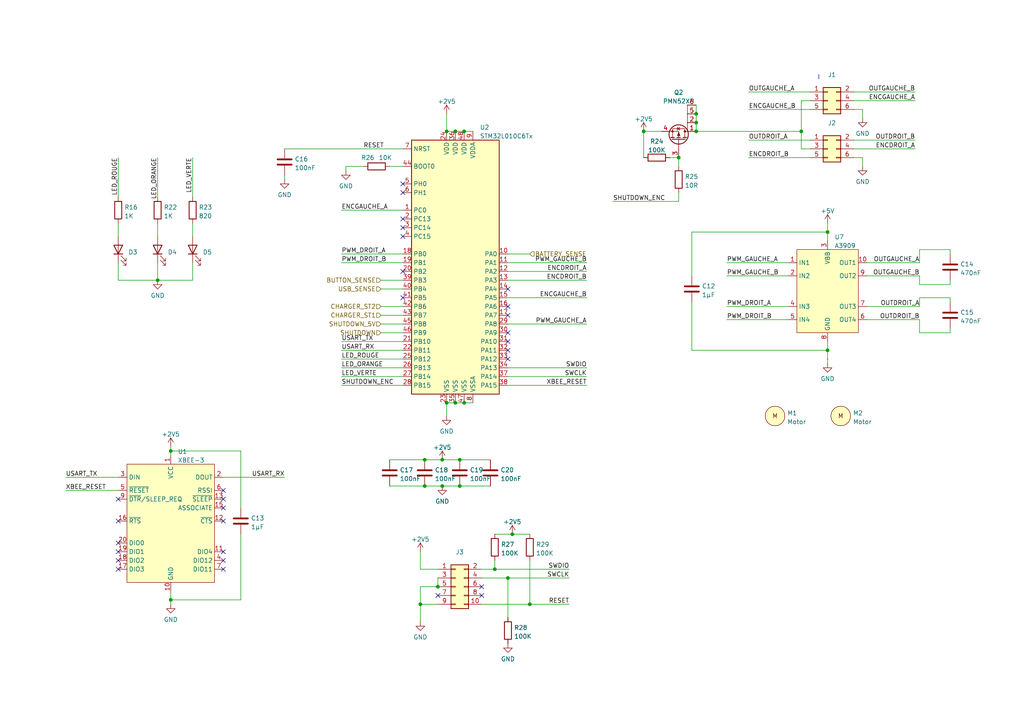
<source format=kicad_sch>
(kicad_sch (version 20211123) (generator eeschema)
  (paper "A4")
  (title_block (title "CPU + Com + Motors") (date "2022-06-08") (rev "1.0") (company "INSA - GEI"))
  (lib_symbols
    (symbol "Connector_Generic:Conn_02x03_Odd_Even" (pin_names (offset 1.016) hide)
      (property "Reference" "J" (at 1.27 5.08 0))
      (property "Value" "Conn_02x03_Odd_Even" (at 1.27 -5.08 0))
      (symbol "Conn_02x03_Odd_Even_1_1"
        (rectangle (start -1.27 -2.413) (end 0 -2.667) (stroke (width 0.1524)))
        (rectangle (start -1.27 0.127) (end 0 -0.127) (stroke (width 0.1524)))
        (rectangle (start -1.27 2.667) (end 0 2.413) (stroke (width 0.1524)))
        (rectangle (start -1.27 3.81) (end 3.81 -3.81) (stroke (width 0.254)) (fill (type background)))
        (rectangle (start 3.81 -2.413) (end 2.54 -2.667) (stroke (width 0.1524)))
        (rectangle (start 3.81 0.127) (end 2.54 -0.127) (stroke (width 0.1524)))
        (rectangle (start 3.81 2.667) (end 2.54 2.413) (stroke (width 0.1524)))
        (pin passive line (at -5.08 2.54 0) (length 3.81) (name "Pin_1") (number "1"))
        (pin passive line (at 7.62 2.54 180) (length 3.81) (name "Pin_2") (number "2"))
        (pin passive line (at -5.08 0 0) (length 3.81) (name "Pin_3") (number "3"))
        (pin passive line (at 7.62 0 180) (length 3.81) (name "Pin_4") (number "4"))
        (pin passive line (at -5.08 -2.54 0) (length 3.81) (name "Pin_5") (number "5"))
        (pin passive line (at 7.62 -2.54 180) (length 3.81) (name "Pin_6") (number "6"))
      )
    )
    (symbol "Connector_Generic:Conn_02x05_Odd_Even" (pin_names (offset 1.016) hide)
      (property "Reference" "J" (at 1.27 7.62 0))
      (property "Value" "Conn_02x05_Odd_Even" (at 1.27 -7.62 0))
      (symbol "Conn_02x05_Odd_Even_1_1"
        (rectangle (start -1.27 -4.953) (end 0 -5.207) (stroke (width 0.1524)))
        (rectangle (start -1.27 -2.413) (end 0 -2.667) (stroke (width 0.1524)))
        (rectangle (start -1.27 0.127) (end 0 -0.127) (stroke (width 0.1524)))
        (rectangle (start -1.27 2.667) (end 0 2.413) (stroke (width 0.1524)))
        (rectangle (start -1.27 5.207) (end 0 4.953) (stroke (width 0.1524)))
        (rectangle (start -1.27 6.35) (end 3.81 -6.35) (stroke (width 0.254)) (fill (type background)))
        (rectangle (start 3.81 -4.953) (end 2.54 -5.207) (stroke (width 0.1524)))
        (rectangle (start 3.81 -2.413) (end 2.54 -2.667) (stroke (width 0.1524)))
        (rectangle (start 3.81 0.127) (end 2.54 -0.127) (stroke (width 0.1524)))
        (rectangle (start 3.81 2.667) (end 2.54 2.413) (stroke (width 0.1524)))
        (rectangle (start 3.81 5.207) (end 2.54 4.953) (stroke (width 0.1524)))
        (pin passive line (at -5.08 5.08 0) (length 3.81) (name "Pin_1") (number "1"))
        (pin passive line (at 7.62 -5.08 180) (length 3.81) (name "Pin_10") (number "10"))
        (pin passive line (at 7.62 5.08 180) (length 3.81) (name "Pin_2") (number "2"))
        (pin passive line (at -5.08 2.54 0) (length 3.81) (name "Pin_3") (number "3"))
        (pin passive line (at 7.62 2.54 180) (length 3.81) (name "Pin_4") (number "4"))
        (pin passive line (at -5.08 0 0) (length 3.81) (name "Pin_5") (number "5"))
        (pin passive line (at 7.62 0 180) (length 3.81) (name "Pin_6") (number "6"))
        (pin passive line (at -5.08 -2.54 0) (length 3.81) (name "Pin_7") (number "7"))
        (pin passive line (at 7.62 -2.54 180) (length 3.81) (name "Pin_8") (number "8"))
        (pin passive line (at -5.08 -5.08 0) (length 3.81) (name "Pin_9") (number "9"))
      )
    )
    (symbol "Device:C" (pin_numbers hide) (pin_names (offset 0.254))
      (property "Reference" "C" (at 0.635 2.54 0))
      (property "Value" "C" (at 0.635 -2.54 0))
      (symbol "C_0_1"
        (polyline (pts (xy -2.032 -0.762) (xy 2.032 -0.762)) (stroke (width 0.508)))
        (polyline (pts (xy -2.032 0.762) (xy 2.032 0.762)) (stroke (width 0.508)))
      )
      (symbol "C_1_1"
        (pin passive line (at 0 3.81 270) (length 2.794) (name "~") (number "1"))
        (pin passive line (at 0 -3.81 90) (length 2.794) (name "~") (number "2"))
      )
    )
    (symbol "Device:LED" (pin_numbers hide) (pin_names (offset 1.016) hide)
      (property "Reference" "D" (at 0 2.54 0))
      (property "Value" "LED" (at 0 -2.54 0))
      (symbol "LED_0_1"
        (polyline (pts (xy -1.27 -1.27) (xy -1.27 1.27)) (stroke (width 0.254)))
        (polyline (pts (xy -1.27 0) (xy 1.27 0)))
        (polyline (pts (xy 1.27 -1.27) (xy 1.27 1.27) (xy -1.27 0) (xy 1.27 -1.27)) (stroke (width 0.254)))
        (polyline (pts (xy -3.048 -0.762) (xy -4.572 -2.286) (xy -3.81 -2.286) (xy -4.572 -2.286) (xy -4.572 -1.524)))
        (polyline (pts (xy -1.778 -0.762) (xy -3.302 -2.286) (xy -2.54 -2.286) (xy -3.302 -2.286) (xy -3.302 -1.524)))
      )
      (symbol "LED_1_1"
        (pin passive line (at -3.81 0 0) (length 2.54) (name "K") (number "1"))
        (pin passive line (at 3.81 0 180) (length 2.54) (name "A") (number "2"))
      )
    )
    (symbol "Device:R" (pin_numbers hide) (pin_names (offset 0))
      (property "Reference" "R" (at 2.032 0 90))
      (property "Value" "R" (at 0 0 90))
      (symbol "R_0_1"
        (rectangle (start -1.016 -2.54) (end 1.016 2.54) (stroke (width 0.254)))
      )
      (symbol "R_1_1"
        (pin passive line (at 0 3.81 270) (length 1.27) (name "~") (number "1"))
        (pin passive line (at 0 -3.81 90) (length 1.27) (name "~") (number "2"))
      )
    )
    (symbol "Insa:A3909"
      (property "Reference" "U" (at -7.62 15.24 0))
      (property "Value" "A3909" (at 6.35 -13.97 0))
      (symbol "A3909_0_1"
        (rectangle (start -8.89 12.7) (end 8.89 -11.43) (stroke (width 0.1524)) (fill (type background)))
        (rectangle (start 0 -19.05) (end 0 -19.05) (stroke (width 0.1524)))
        (rectangle (start 0 -19.05) (end 0 -19.05) (stroke (width 0.1524)))
        (rectangle (start 0 -19.05) (end 0 -19.05) (stroke (width 0.1524)))
        (rectangle (start 0 -19.05) (end 0 -19.05) (stroke (width 0.1524)))
      )
      (symbol "A3909_1_1"
        (pin input line (at -11.43 8.89 0) (length 2.54) (name "IN1") (number "1"))
        (pin output line (at 11.43 8.89 180) (length 2.54) (name "OUT1") (number "10"))
        (pin input line (at -11.43 5.08 0) (length 2.54) (name "IN2") (number "2"))
        (pin power_in line (at 0 15.24 270) (length 2.54) (name "VBB") (number "3"))
        (pin input line (at -11.43 -3.81 0) (length 2.54) (name "IN3") (number "4"))
        (pin input line (at -11.43 -7.62 0) (length 2.54) (name "IN4") (number "5"))
        (pin output line (at 11.43 -7.62 180) (length 2.54) (name "OUT4") (number "6"))
        (pin output line (at 11.43 -3.81 180) (length 2.54) (name "OUT3") (number "7"))
        (pin power_in line (at 0 -13.97 90) (length 2.54) (name "GND") (number "8"))
        (pin output line (at 11.43 5.08 180) (length 2.54) (name "OUT2") (number "9"))
      )
    )
    (symbol "Insa:Motor"
      (property "Reference" "M" (at 0 3.81 0))
      (property "Value" "Motor" (at 0 -5.08 0))
      (symbol "Motor_0_0"
        (text "M" (at 0 0 0) (effects (font (size 1.27 1.27))))
      )
      (symbol "Motor_0_1"
        (circle (center 0 0) (radius 2.8398) (stroke (width 0.1524)) (fill (type background)))
      )
    )
    (symbol "Insa:PMN52XP" (pin_names (offset 0) hide)
      (property "Reference" "Q" (at 5.08 1.27 0))
      (property "Value" "PMN52XP" (at 5.08 -1.27 0))
      (symbol "PMN52XP_0_1"
        (polyline (pts (xy 0.254 0) (xy -2.54 0)))
        (polyline (pts (xy 0.254 1.905) (xy 0.254 -1.905)) (stroke (width 0.254)))
        (polyline (pts (xy 0.762 -1.27) (xy 0.762 -2.286)) (stroke (width 0.254)))
        (polyline (pts (xy 0.762 0.508) (xy 0.762 -0.508)) (stroke (width 0.254)))
        (polyline (pts (xy 0.762 2.286) (xy 0.762 1.27)) (stroke (width 0.254)))
        (polyline (pts (xy 10.16 2.54) (xy 5.08 2.54)) (stroke (width 0.1524)))
        (polyline (pts (xy 2.54 -2.54) (xy 2.54 0) (xy 0.762 0)))
        (polyline (pts (xy 5.08 2.54) (xy 2.54 2.54) (xy 2.54 1.778)))
        (polyline (pts (xy 0.762 1.778) (xy 3.302 1.778) (xy 3.302 -1.778) (xy 0.762 -1.778)))
        (polyline (pts (xy 2.286 0) (xy 1.27 0.381) (xy 1.27 -0.381) (xy 2.286 0)) (fill (type outline)))
        (polyline (pts (xy 2.794 -0.508) (xy 2.921 -0.381) (xy 3.683 -0.381) (xy 3.81 -0.254)))
        (polyline (pts (xy 3.302 -0.381) (xy 2.921 0.254) (xy 3.683 0.254) (xy 3.302 -0.381)))
        (circle (center 1.651 0) (radius 2.794) (stroke (width 0.254)))
        (circle (center 2.54 -1.778) (radius 0.254) (fill (type outline)))
        (circle (center 2.54 1.778) (radius 0.254) (fill (type outline)))
      )
      (symbol "PMN52XP_1_1"
        (pin passive line (at 2.54 5.08 270) (length 2.54) (name "D") (number "1"))
        (pin passive line (at 5.08 5.08 270) (length 2.54) (name "D") (number "2"))
        (pin input line (at -5.08 0 0) (length 2.54) (name "G") (number "3"))
        (pin passive line (at 2.54 -5.08 90) (length 2.54) (name "S") (number "4"))
        (pin passive line (at 7.62 5.08 270) (length 2.54) (name "D") (number "5"))
        (pin passive line (at 10.16 5.08 270) (length 2.54) (name "D") (number "6"))
      )
    )
    (symbol "Insa:XBEE-3"
      (property "Reference" "U" (at -21.59 -17.78 0))
      (property "Value" "XBEE-3" (at -21.59 -17.78 0))
      (symbol "XBEE-3_0_1"
        (rectangle (start -12.7 36.83) (end 12.7 2.54) (stroke (width 0.1524)) (fill (type background)))
      )
      (symbol "XBEE-3_1_1"
        (pin power_in line (at 0 39.37 270) (length 2.54) (name "VCC") (number "1"))
        (pin power_in line (at 0 0 90) (length 2.54) (name "GND") (number "10"))
        (pin bidirectional line (at 15.24 11.43 180) (length 2.54) (name "DIO4") (number "11"))
        (pin output line (at 15.24 20.32 180) (length 2.54) (name "~{CTS}") (number "12"))
        (pin output line (at 15.24 26.67 180) (length 2.54) (name "~{SLEEP}") (number "13"))
        (pin output line (at 15.24 24.13 180) (length 2.54) (name "ASSOCIATE") (number "15"))
        (pin input line (at -15.24 20.32 0) (length 2.54) (name "~{RTS}") (number "16"))
        (pin bidirectional line (at -15.24 6.35 0) (length 2.54) (name "DIO3") (number "17"))
        (pin bidirectional line (at -15.24 8.89 0) (length 2.54) (name "DIO2") (number "18"))
        (pin bidirectional line (at -15.24 11.43 0) (length 2.54) (name "DIO1") (number "19"))
        (pin output line (at 15.24 33.02 180) (length 2.54) (name "DOUT") (number "2"))
        (pin bidirectional line (at -15.24 13.97 0) (length 2.54) (name "DIO0") (number "20"))
        (pin input line (at -15.24 33.02 0) (length 2.54) (name "DIN") (number "3"))
        (pin bidirectional line (at 15.24 8.89 180) (length 2.54) (name "DIO12") (number "4"))
        (pin input line (at -15.24 29.21 0) (length 2.54) (name "~{RESET}") (number "5"))
        (pin output line (at 15.24 29.21 180) (length 2.54) (name "RSSI") (number "6"))
        (pin bidirectional line (at 15.24 6.35 180) (length 2.54) (name "DIO11") (number "7"))
        (pin input line (at -15.24 26.67 0) (length 2.54) (name "~{DTR}/SLEEP_REQ") (number "9"))
      )
    )
    (symbol "MCU_ST_STM32L0:STM32L031C6Tx"
      (property "Reference" "U" (at -12.7 36.83 0))
      (property "Value" "STM32L031C6Tx" (at 7.62 36.83 0))
      (symbol "STM32L031C6Tx_0_1"
        (rectangle (start -12.7 -38.1) (end 12.7 35.56) (stroke (width 0.254)) (fill (type background)))
      )
      (symbol "STM32L031C6Tx_1_1"
        (pin bidirectional line (at -15.24 15.24 0) (length 2.54) (name "PC0") (number "1"))
        (pin bidirectional line (at 15.24 2.54 180) (length 2.54) (name "PA0") (number "10"))
        (pin bidirectional line (at 15.24 0 180) (length 2.54) (name "PA1") (number "11"))
        (pin bidirectional line (at 15.24 -2.54 180) (length 2.54) (name "PA2") (number "12"))
        (pin bidirectional line (at 15.24 -5.08 180) (length 2.54) (name "PA3") (number "13"))
        (pin bidirectional line (at 15.24 -7.62 180) (length 2.54) (name "PA4") (number "14"))
        (pin bidirectional line (at 15.24 -10.16 180) (length 2.54) (name "PA5") (number "15"))
        (pin bidirectional line (at 15.24 -12.7 180) (length 2.54) (name "PA6") (number "16"))
        (pin bidirectional line (at 15.24 -15.24 180) (length 2.54) (name "PA7") (number "17"))
        (pin bidirectional line (at -15.24 2.54 0) (length 2.54) (name "PB0") (number "18"))
        (pin bidirectional line (at -15.24 0 0) (length 2.54) (name "PB1") (number "19"))
        (pin bidirectional line (at -15.24 12.7 0) (length 2.54) (name "PC13") (number "2"))
        (pin bidirectional line (at -15.24 -2.54 0) (length 2.54) (name "PB2") (number "20"))
        (pin bidirectional line (at -15.24 -22.86 0) (length 2.54) (name "PB10") (number "21"))
        (pin bidirectional line (at -15.24 -25.4 0) (length 2.54) (name "PB11") (number "22"))
        (pin power_in line (at -2.54 -40.64 90) (length 2.54) (name "VSS") (number "23"))
        (pin power_in line (at -2.54 38.1 270) (length 2.54) (name "VDD") (number "24"))
        (pin bidirectional line (at -15.24 -27.94 0) (length 2.54) (name "PB12") (number "25"))
        (pin bidirectional line (at -15.24 -30.48 0) (length 2.54) (name "PB13") (number "26"))
        (pin bidirectional line (at -15.24 -33.02 0) (length 2.54) (name "PB14") (number "27"))
        (pin bidirectional line (at -15.24 -35.56 0) (length 2.54) (name "PB15") (number "28"))
        (pin bidirectional line (at 15.24 -17.78 180) (length 2.54) (name "PA8") (number "29"))
        (pin bidirectional line (at -15.24 10.16 0) (length 2.54) (name "PC14") (number "3"))
        (pin bidirectional line (at 15.24 -20.32 180) (length 2.54) (name "PA9") (number "30"))
        (pin bidirectional line (at 15.24 -22.86 180) (length 2.54) (name "PA10") (number "31"))
        (pin bidirectional line (at 15.24 -25.4 180) (length 2.54) (name "PA11") (number "32"))
        (pin bidirectional line (at 15.24 -27.94 180) (length 2.54) (name "PA12") (number "33"))
        (pin bidirectional line (at 15.24 -30.48 180) (length 2.54) (name "PA13") (number "34"))
        (pin power_in line (at 0 -40.64 90) (length 2.54) (name "VSS") (number "35"))
        (pin power_in line (at 0 38.1 270) (length 2.54) (name "VDD") (number "36"))
        (pin bidirectional line (at 15.24 -33.02 180) (length 2.54) (name "PA14") (number "37"))
        (pin bidirectional line (at 15.24 -35.56 180) (length 2.54) (name "PA15") (number "38"))
        (pin bidirectional line (at -15.24 -5.08 0) (length 2.54) (name "PB3") (number "39"))
        (pin bidirectional line (at -15.24 7.62 0) (length 2.54) (name "PC15") (number "4"))
        (pin bidirectional line (at -15.24 -7.62 0) (length 2.54) (name "PB4") (number "40"))
        (pin bidirectional line (at -15.24 -10.16 0) (length 2.54) (name "PB5") (number "41"))
        (pin bidirectional line (at -15.24 -12.7 0) (length 2.54) (name "PB6") (number "42"))
        (pin bidirectional line (at -15.24 -15.24 0) (length 2.54) (name "PB7") (number "43"))
        (pin input line (at -15.24 27.94 0) (length 2.54) (name "BOOT0") (number "44"))
        (pin bidirectional line (at -15.24 -17.78 0) (length 2.54) (name "PB8") (number "45"))
        (pin bidirectional line (at -15.24 -20.32 0) (length 2.54) (name "PB9") (number "46"))
        (pin power_in line (at 2.54 -40.64 90) (length 2.54) (name "VSS") (number "47"))
        (pin power_in line (at 2.54 38.1 270) (length 2.54) (name "VDD") (number "48"))
        (pin input line (at -15.24 22.86 0) (length 2.54) (name "PH0") (number "5"))
        (pin input line (at -15.24 20.32 0) (length 2.54) (name "PH1") (number "6"))
        (pin input line (at -15.24 33.02 0) (length 2.54) (name "NRST") (number "7"))
        (pin power_in line (at 5.08 -40.64 90) (length 2.54) (name "VSSA") (number "8"))
        (pin power_in line (at 5.08 38.1 270) (length 2.54) (name "VDDA") (number "9"))
      )
    )
    (symbol "power:+2V5" (power) (pin_names (offset 0))
      (property "Value" "+2V5" (at 0 3.556 0))
      (symbol "+2V5_0_1"
        (polyline (pts (xy -0.762 1.27) (xy 0 2.54)))
        (polyline (pts (xy 0 0) (xy 0 2.54)))
        (polyline (pts (xy 0 2.54) (xy 0.762 1.27)))
      )
      (symbol "+2V5_1_1"
        (pin power_in line (at 0 0 90) (length 0) hide (name "+2V5") (number "1"))
      )
    )
    (symbol "power:+5V" (power) (pin_names (offset 0))
      (property "Value" "+5V" (at 0 3.556 0))
      (symbol "+5V_0_1"
        (polyline (pts (xy -0.762 1.27) (xy 0 2.54)))
        (polyline (pts (xy 0 0) (xy 0 2.54)))
        (polyline (pts (xy 0 2.54) (xy 0.762 1.27)))
      )
      (symbol "+5V_1_1"
        (pin power_in line (at 0 0 90) (length 0) hide (name "+5V") (number "1"))
      )
    )
    (symbol "power:GND" (power) (pin_names (offset 0))
      (property "Value" "GND" (at 0 -3.81 0))
      (symbol "GND_0_1"
        (polyline (pts (xy 0 0) (xy 0 -1.27) (xy 1.27 -1.27) (xy 0 -2.54) (xy -1.27 -1.27) (xy 0 -1.27)))
      )
      (symbol "GND_1_1"
        (pin power_in line (at 0 0 270) (length 0) hide (name "GND") (number "1"))
      )
    )
  )
  (junction (at 128.27 140.97))
  (junction (at 240.03 101.6))
  (junction (at 201.93 33.02))
  (junction (at 134.62 116.84))
  (junction (at 49.53 130.81))
  (junction (at 240.03 67.31))
  (junction (at 201.93 38.1))
  (junction (at 45.72 81.28))
  (junction (at 153.67 175.26))
  (junction (at 201.93 35.56))
  (junction (at 129.54 38.1))
  (junction (at 49.53 173.99))
  (junction (at 123.19 140.97))
  (junction (at 186.69 38.1))
  (junction (at 127 170.18))
  (junction (at 196.85 45.72))
  (junction (at 147.32 167.64))
  (junction (at 134.62 38.1))
  (junction (at 143.51 165.1))
  (junction (at 232.41 38.1))
  (junction (at 148.59 154.94))
  (junction (at 132.08 116.84))
  (junction (at 133.35 133.35))
  (junction (at 132.08 38.1))
  (junction (at 133.35 140.97))
  (junction (at 128.27 133.35))
  (junction (at 129.54 116.84))
  (junction (at 121.92 175.26))
  (junction (at 123.19 133.35))
  (no_connect (at 116.84 68.58))
  (no_connect (at 116.84 78.74))
  (no_connect (at 116.84 86.36))
  (no_connect (at 116.84 53.34))
  (no_connect (at 116.84 55.88))
  (no_connect (at 116.84 63.5))
  (no_connect (at 116.84 66.04))
  (no_connect (at 147.32 83.82))
  (no_connect (at 147.32 88.9))
  (no_connect (at 147.32 91.44))
  (no_connect (at 147.32 96.52))
  (no_connect (at 147.32 99.06))
  (no_connect (at 147.32 101.6))
  (no_connect (at 147.32 104.14))
  (no_connect (at 34.29 144.78))
  (no_connect (at 64.77 151.13))
  (no_connect (at 64.77 160.02))
  (no_connect (at 64.77 162.56))
  (no_connect (at 64.77 165.1))
  (no_connect (at 64.77 142.24))
  (no_connect (at 64.77 144.78))
  (no_connect (at 64.77 147.32))
  (no_connect (at 34.29 165.1))
  (no_connect (at 34.29 162.56))
  (no_connect (at 34.29 160.02))
  (no_connect (at 34.29 157.48))
  (no_connect (at 34.29 151.13))
  (no_connect (at 127 172.72))
  (no_connect (at 139.7 172.72))
  (no_connect (at 139.7 170.18))
  (wire (pts (xy 250.19 31.75) (xy 250.19 34.29)))
  (wire (pts (xy 275.59 82.55) (xy 275.59 81.28)))
  (wire (pts (xy 200.66 67.31) (xy 240.03 67.31)))
  (wire (pts (xy 99.06 73.66) (xy 116.84 73.66)))
  (wire (pts (xy 232.41 43.18) (xy 234.95 43.18)))
  (wire (pts (xy 251.46 88.9) (xy 266.7 88.9)))
  (wire (pts (xy 201.93 35.56) (xy 201.93 38.1)))
  (wire (pts (xy 201.93 30.48) (xy 201.93 33.02)))
  (wire (pts (xy 266.7 88.9) (xy 266.7 86.36)))
  (wire (pts (xy 129.54 116.84) (xy 129.54 120.65)))
  (wire (pts (xy 127 170.18) (xy 121.92 170.18)))
  (wire (pts (xy 247.65 31.75) (xy 250.19 31.75)))
  (wire (pts (xy 121.92 175.26) (xy 121.92 180.34)))
  (wire (pts (xy 113.03 133.35) (xy 123.19 133.35)))
  (wire (pts (xy 82.55 50.8) (xy 82.55 52.07)))
  (wire (pts (xy 128.27 133.35) (xy 133.35 133.35)))
  (wire (pts (xy 19.05 142.24) (xy 34.29 142.24)))
  (wire (pts (xy 99.06 109.22) (xy 116.84 109.22)))
  (wire (pts (xy 129.54 116.84) (xy 132.08 116.84)))
  (wire (pts (xy 232.41 38.1) (xy 232.41 43.18)))
  (wire (pts (xy 247.65 40.64) (xy 265.43 40.64)))
  (wire (pts (xy 200.66 80.01) (xy 200.66 67.31)))
  (wire (pts (xy 147.32 81.28) (xy 170.18 81.28)))
  (wire (pts (xy 64.77 138.43) (xy 82.55 138.43)))
  (wire (pts (xy 69.85 130.81) (xy 69.85 147.32)))
  (wire (pts (xy 99.06 106.68) (xy 116.84 106.68)))
  (wire (pts (xy 217.17 45.72) (xy 234.95 45.72)))
  (wire (pts (xy 196.85 55.88) (xy 196.85 58.42)))
  (wire (pts (xy 147.32 86.36) (xy 170.18 86.36)))
  (wire (pts (xy 55.88 64.77) (xy 55.88 68.58)))
  (wire (pts (xy 266.7 92.71) (xy 266.7 96.52)))
  (wire (pts (xy 275.59 72.39) (xy 275.59 73.66)))
  (wire (pts (xy 275.59 95.25) (xy 275.59 96.52)))
  (wire (pts (xy 49.53 173.99) (xy 69.85 173.99)))
  (wire (pts (xy 210.82 80.01) (xy 228.6 80.01)))
  (wire (pts (xy 45.72 81.28) (xy 55.88 81.28)))
  (wire (pts (xy 148.59 154.94) (xy 153.67 154.94)))
  (wire (pts (xy 133.35 133.35) (xy 142.24 133.35)))
  (wire (pts (xy 147.32 93.98) (xy 170.18 93.98)))
  (wire (pts (xy 110.49 93.98) (xy 116.84 93.98)))
  (wire (pts (xy 129.54 33.02) (xy 129.54 38.1)))
  (wire (pts (xy 127 167.64) (xy 127 170.18)))
  (wire (pts (xy 210.82 88.9) (xy 228.6 88.9)))
  (wire (pts (xy 34.29 45.72) (xy 34.29 57.15)))
  (wire (pts (xy 153.67 175.26) (xy 165.1 175.26)))
  (wire (pts (xy 200.66 87.63) (xy 200.66 101.6)))
  (wire (pts (xy 266.7 80.01) (xy 266.7 82.55)))
  (wire (pts (xy 240.03 99.06) (xy 240.03 101.6)))
  (wire (pts (xy 147.32 111.76) (xy 170.18 111.76)))
  (wire (pts (xy 217.17 40.64) (xy 234.95 40.64)))
  (wire (pts (xy 240.03 64.77) (xy 240.03 67.31)))
  (wire (pts (xy 55.88 81.28) (xy 55.88 76.2)))
  (wire (pts (xy 201.93 33.02) (xy 201.93 35.56)))
  (wire (pts (xy 232.41 29.21) (xy 232.41 38.1)))
  (wire (pts (xy 99.06 99.06) (xy 116.84 99.06)))
  (wire (pts (xy 147.32 73.66) (xy 153.67 73.66)))
  (wire (pts (xy 147.32 106.68) (xy 170.18 106.68)))
  (wire (pts (xy 134.62 38.1) (xy 137.16 38.1)))
  (wire (pts (xy 110.49 83.82) (xy 116.84 83.82)))
  (wire (pts (xy 69.85 154.94) (xy 69.85 173.99)))
  (wire (pts (xy 99.06 104.14) (xy 116.84 104.14)))
  (wire (pts (xy 128.27 140.97) (xy 133.35 140.97)))
  (wire (pts (xy 139.7 165.1) (xy 143.51 165.1)))
  (wire (pts (xy 134.62 116.84) (xy 137.16 116.84)))
  (wire (pts (xy 45.72 45.72) (xy 45.72 57.15)))
  (wire (pts (xy 247.65 26.67) (xy 265.43 26.67)))
  (wire (pts (xy 147.32 167.64) (xy 147.32 179.07)))
  (wire (pts (xy 210.82 92.71) (xy 228.6 92.71)))
  (wire (pts (xy 132.08 38.1) (xy 134.62 38.1)))
  (wire (pts (xy 132.08 116.84) (xy 134.62 116.84)))
  (wire (pts (xy 113.03 140.97) (xy 123.19 140.97)))
  (wire (pts (xy 247.65 45.72) (xy 250.19 45.72)))
  (wire (pts (xy 121.92 170.18) (xy 121.92 175.26)))
  (wire (pts (xy 49.53 173.99) (xy 49.53 175.26)))
  (polyline (pts (xy 237.49 21.59) (xy 237.49 22.86)))
  (wire (pts (xy 99.06 76.2) (xy 116.84 76.2)))
  (wire (pts (xy 139.7 175.26) (xy 153.67 175.26)))
  (wire (pts (xy 275.59 86.36) (xy 275.59 87.63)))
  (wire (pts (xy 110.49 91.44) (xy 116.84 91.44)))
  (wire (pts (xy 99.06 111.76) (xy 116.84 111.76)))
  (wire (pts (xy 217.17 26.67) (xy 234.95 26.67)))
  (wire (pts (xy 143.51 162.56) (xy 143.51 165.1)))
  (wire (pts (xy 250.19 45.72) (xy 250.19 48.26)))
  (wire (pts (xy 240.03 67.31) (xy 240.03 69.85)))
  (wire (pts (xy 49.53 171.45) (xy 49.53 173.99)))
  (wire (pts (xy 251.46 76.2) (xy 266.7 76.2)))
  (wire (pts (xy 110.49 88.9) (xy 116.84 88.9)))
  (wire (pts (xy 194.31 45.72) (xy 196.85 45.72)))
  (wire (pts (xy 247.65 43.18) (xy 265.43 43.18)))
  (wire (pts (xy 217.17 31.75) (xy 234.95 31.75)))
  (wire (pts (xy 129.54 38.1) (xy 132.08 38.1)))
  (wire (pts (xy 49.53 129.54) (xy 49.53 130.81)))
  (wire (pts (xy 19.05 138.43) (xy 34.29 138.43)))
  (wire (pts (xy 55.88 45.72) (xy 55.88 57.15)))
  (wire (pts (xy 82.55 43.18) (xy 116.84 43.18)))
  (wire (pts (xy 143.51 154.94) (xy 148.59 154.94)))
  (wire (pts (xy 240.03 101.6) (xy 240.03 105.41)))
  (wire (pts (xy 143.51 165.1) (xy 165.1 165.1)))
  (wire (pts (xy 123.19 133.35) (xy 128.27 133.35)))
  (wire (pts (xy 186.69 45.72) (xy 186.69 38.1)))
  (wire (pts (xy 153.67 162.56) (xy 153.67 175.26)))
  (wire (pts (xy 147.32 78.74) (xy 170.18 78.74)))
  (wire (pts (xy 45.72 64.77) (xy 45.72 68.58)))
  (wire (pts (xy 201.93 38.1) (xy 232.41 38.1)))
  (wire (pts (xy 210.82 76.2) (xy 228.6 76.2)))
  (wire (pts (xy 266.7 96.52) (xy 275.59 96.52)))
  (wire (pts (xy 266.7 82.55) (xy 275.59 82.55)))
  (wire (pts (xy 100.33 48.26) (xy 100.33 49.53)))
  (wire (pts (xy 266.7 76.2) (xy 266.7 72.39)))
  (wire (pts (xy 200.66 101.6) (xy 240.03 101.6)))
  (wire (pts (xy 49.53 130.81) (xy 69.85 130.81)))
  (wire (pts (xy 147.32 167.64) (xy 165.1 167.64)))
  (wire (pts (xy 45.72 76.2) (xy 45.72 81.28)))
  (wire (pts (xy 147.32 76.2) (xy 170.18 76.2)))
  (wire (pts (xy 266.7 86.36) (xy 275.59 86.36)))
  (wire (pts (xy 110.49 96.52) (xy 116.84 96.52)))
  (wire (pts (xy 99.06 101.6) (xy 116.84 101.6)))
  (wire (pts (xy 34.29 64.77) (xy 34.29 68.58)))
  (wire (pts (xy 105.41 48.26) (xy 100.33 48.26)))
  (wire (pts (xy 186.69 38.1) (xy 191.77 38.1)))
  (wire (pts (xy 49.53 130.81) (xy 49.53 132.08)))
  (wire (pts (xy 110.49 81.28) (xy 116.84 81.28)))
  (wire (pts (xy 147.32 109.22) (xy 170.18 109.22)))
  (wire (pts (xy 251.46 80.01) (xy 266.7 80.01)))
  (wire (pts (xy 34.29 81.28) (xy 45.72 81.28)))
  (wire (pts (xy 247.65 29.21) (xy 265.43 29.21)))
  (wire (pts (xy 251.46 92.71) (xy 266.7 92.71)))
  (wire (pts (xy 139.7 167.64) (xy 147.32 167.64)))
  (wire (pts (xy 133.35 140.97) (xy 142.24 140.97)))
  (wire (pts (xy 121.92 175.26) (xy 127 175.26)))
  (wire (pts (xy 121.92 160.02) (xy 121.92 165.1)))
  (wire (pts (xy 127 165.1) (xy 121.92 165.1)))
  (wire (pts (xy 266.7 72.39) (xy 275.59 72.39)))
  (wire (pts (xy 99.06 60.96) (xy 116.84 60.96)))
  (wire (pts (xy 123.19 140.97) (xy 128.27 140.97)))
  (wire (pts (xy 113.03 48.26) (xy 116.84 48.26)))
  (wire (pts (xy 34.29 76.2) (xy 34.29 81.28)))
  (wire (pts (xy 196.85 45.72) (xy 196.85 48.26)))
  (wire (pts (xy 177.8 58.42) (xy 196.85 58.42)))
  (wire (pts (xy 232.41 29.21) (xy 234.95 29.21)))
  (label "ENCDROIT_B" (at 170.18 81.28 180))
  (label "USART_TX" (at 19.05 138.43 0))
  (label "SHUTDOWN_ENC" (at 99.06 111.76 0))
  (label "PWM_DROIT_B" (at 210.82 92.71 0))
  (label "PWM_DROIT_A" (at 210.82 88.9 0))
  (label "USART_RX" (at 99.06 101.6 0))
  (label "PWM_GAUCHE_A" (at 210.82 76.2 0))
  (label "OUTDROIT_A" (at 217.17 40.64 0))
  (label "LED_ORANGE" (at 45.72 45.72 270))
  (label "ENCDROIT_A" (at 265.43 43.18 180))
  (label "ENCDROIT_A" (at 170.18 78.74 180))
  (label "SWCLK" (at 170.18 109.22 180))
  (label "ENCGAUCHE_A" (at 99.06 60.96 0))
  (label "PWM_DROIT_B" (at 99.06 76.2 0))
  (label "PWM_GAUCHE_B" (at 170.18 76.2 180))
  (label "OUTGAUCHE_B" (at 266.7 80.01 180))
  (label "PWM_GAUCHE_B" (at 210.82 80.01 0))
  (label "OUTGAUCHE_B" (at 265.43 26.67 180))
  (label "PWM_DROIT_A" (at 99.06 73.66 0))
  (label "USART_RX" (at 82.55 138.43 180))
  (label "USART_TX" (at 99.06 99.06 0))
  (label "ENCGAUCHE_B" (at 170.18 86.36 180))
  (label "SWCLK" (at 165.1 167.64 180))
  (label "LED_ROUGE" (at 34.29 45.72 270))
  (label "XBEE_RESET" (at 19.05 142.24 0))
  (label "XBEE_RESET" (at 170.18 111.76 180))
  (label "SHUTDOWN_ENC" (at 177.8 58.42 0))
  (label "ENCDROIT_B" (at 217.17 45.72 0))
  (label "OUTDROIT_B" (at 265.43 40.64 180))
  (label "ENCGAUCHE_B" (at 217.17 31.75 0))
  (label "OUTGAUCHE_A" (at 217.17 26.67 0))
  (label "LED_ORANGE" (at 99.06 106.68 0))
  (label "OUTGAUCHE_A" (at 266.7 76.2 180))
  (label "SWDIO" (at 170.18 106.68 180))
  (label "PWM_GAUCHE_A" (at 170.18 93.98 180))
  (label "OUTDROIT_B" (at 266.7 92.71 180))
  (label "RESET" (at 165.1 175.26 180))
  (label "LED_ROUGE" (at 99.06 104.14 0))
  (label "LED_VERTE" (at 99.06 109.22 0))
  (label "OUTDROIT_A" (at 266.7 88.9 180))
  (label "LED_VERTE" (at 55.88 45.72 270))
  (label "ENCGAUCHE_A" (at 265.43 29.21 180))
  (label "SWDIO" (at 165.1 165.1 180))
  (label "RESET" (at 105.41 43.18 0))
  (hierarchical_label "CHARGER_ST1" (shape input) (at 110.49 91.44 180))
  (hierarchical_label "USB_SENSE" (shape input) (at 110.49 83.82 180))
  (hierarchical_label "SHUTDOWN" (shape input) (at 110.49 96.52 180))
  (hierarchical_label "BATTERY_SENSE" (shape input) (at 153.67 73.66 0))
  (hierarchical_label "BUTTON_SENSE" (shape input) (at 110.49 81.28 180))
  (hierarchical_label "SHUTDOWN_5V" (shape input) (at 110.49 93.98 180))
  (hierarchical_label "CHARGER_ST2" (shape input) (at 110.49 88.9 180))
  (symbol (lib_id "power:GND") (at 100.33 49.53 0) (unit 1)
    (property "Reference" "#PWR030" (effects hide))
    (property "Value" "GND" (at 100.33 53.9734 0))
  )
  (symbol (lib_id "Device:C") (at 275.59 77.47 0) (unit 1)
    (property "Reference" "C14" (at 278.511 76.6353 0) (effects (justify left)))
    (property "Value" "470nF" (at 278.511 79.1722 0) (effects (justify left)))
    (property "Footprint" "Capacitor_SMD:C_0805_2012Metric" (effects hide))
  )
  (symbol (lib_id "power:GND") (at 147.32 186.69 0) (unit 1)
    (property "Reference" "#PWR033" (effects hide))
    (property "Value" "GND" (at 147.32 191.1334 0))
  )
  (symbol (lib_id "power:+2V5") (at 49.53 129.54 0) (unit 1)
    (property "Reference" "#PWR0103" (effects hide))
    (property "Value" "+2V5" (at 49.53 125.9642 0))
  )
  (symbol (lib_id "power:GND") (at 240.03 105.41 0) (unit 1)
    (property "Reference" "#PWR0106" (effects hide))
    (property "Value" "GND" (at 240.03 109.8534 0))
  )
  (symbol (lib_id "Device:C") (at 200.66 83.82 0) (unit 1)
    (property "Reference" "C12" (at 203.581 82.9853 0) (effects (justify left)))
    (property "Value" "1µF" (at 203.581 85.5222 0) (effects (justify left)))
    (property "Footprint" "Capacitor_SMD:C_0805_2012Metric" (effects hide))
  )
  (symbol (lib_id "Device:C") (at 113.03 137.16 0) (unit 1)
    (property "Reference" "C17" (at 115.951 136.3253 0) (effects (justify left)))
    (property "Value" "100nF" (at 115.951 138.8622 0) (effects (justify left)))
    (property "Footprint" "Capacitor_SMD:C_0805_2012Metric" (effects hide))
  )
  (symbol (lib_id "Device:C") (at 275.59 91.44 0) (unit 1)
    (property "Reference" "C15" (at 278.511 90.6053 0) (effects (justify left)))
    (property "Value" "470nF" (at 278.511 93.1422 0) (effects (justify left)))
    (property "Footprint" "Capacitor_SMD:C_0805_2012Metric" (effects hide))
  )
  (symbol (lib_id "Device:LED") (at 45.72 72.39 90) (unit 1)
    (property "Reference" "D4" (at 48.641 73.1428 90) (effects (justify right)))
    (property "Value" "LED" (effects hide))
    (property "Footprint" "Diode_SMD:D_0805_2012Metric" (effects hide))
  )
  (symbol (lib_id "power:GND") (at 49.53 175.26 0) (unit 1)
    (property "Reference" "#PWR0101" (effects hide))
    (property "Value" "GND" (at 49.53 179.7034 0))
  )
  (symbol (lib_id "Device:C") (at 69.85 151.13 0) (unit 1)
    (property "Reference" "C13" (at 72.771 150.2953 0) (effects (justify left)))
    (property "Value" "1µF" (at 72.771 152.8322 0) (effects (justify left)))
    (property "Footprint" "Capacitor_SMD:C_0805_2012Metric" (effects hide))
  )
  (symbol (lib_id "Device:LED") (at 34.29 72.39 90) (unit 1)
    (property "Reference" "D3" (at 37.211 73.1428 90) (effects (justify right)))
    (property "Value" "LED" (effects hide))
    (property "Footprint" "Diode_SMD:D_0805_2012Metric" (effects hide))
  )
  (symbol (lib_id "power:+5V") (at 240.03 64.77 0) (unit 1)
    (property "Reference" "#PWR024" (effects hide))
    (property "Value" "+5V" (at 240.03 61.1942 0))
  )
  (symbol (lib_id "Device:R") (at 153.67 158.75 0) (unit 1)
    (property "Reference" "R29" (at 155.448 157.9153 0) (effects (justify left)))
    (property "Value" "100K" (at 155.448 160.4522 0) (effects (justify left)))
    (property "Footprint" "Resistor_SMD:R_0805_2012Metric" (effects hide))
  )
  (symbol (lib_id "power:GND") (at 250.19 48.26 0) (unit 1)
    (property "Reference" "#PWR023" (effects hide))
    (property "Value" "GND" (at 250.19 52.7034 0))
  )
  (symbol (lib_id "Device:C") (at 142.24 137.16 0) (unit 1)
    (property "Reference" "C20" (at 145.161 136.3253 0) (effects (justify left)))
    (property "Value" "100nF" (at 145.161 138.8622 0) (effects (justify left)))
    (property "Footprint" "Capacitor_SMD:C_0805_2012Metric" (effects hide))
  )
  (symbol (lib_id "Device:R") (at 34.29 60.96 0) (unit 1)
    (property "Reference" "R16" (at 36.068 60.1253 0) (effects (justify left)))
    (property "Value" "1K" (at 36.068 62.6622 0) (effects (justify left)))
    (property "Footprint" "Resistor_SMD:R_0805_2012Metric" (effects hide))
  )
  (symbol (lib_id "Device:C") (at 82.55 46.99 0) (unit 1)
    (property "Reference" "C16" (at 85.471 46.1553 0) (effects (justify left)))
    (property "Value" "100nF" (at 85.471 48.6922 0) (effects (justify left)))
    (property "Footprint" "Capacitor_SMD:C_0805_2012Metric" (effects hide))
  )
  (symbol (lib_id "Device:R") (at 45.72 60.96 0) (unit 1)
    (property "Reference" "R22" (at 47.498 60.1253 0) (effects (justify left)))
    (property "Value" "1K" (at 47.498 62.6622 0) (effects (justify left)))
    (property "Footprint" "Resistor_SMD:R_0805_2012Metric" (effects hide))
  )
  (symbol (lib_id "MCU_ST_STM32L0:STM32L031C6Tx") (at 132.08 76.2 0) (unit 1)
    (property "Reference" "U2" (at 139.1794 36.9402 0) (effects (justify left)))
    (property "Value" "STM32L010C6Tx" (at 139.1794 39.4771 0) (effects (justify left)))
    (property "Footprint" "Package_QFP:LQFP-48_7x7mm_P0.5mm" (effects hide))
    (property "Datasheet" "http://www.st.com/st-web-ui/static/active/en/resource/technical/document/datasheet/DM00140359.pdf" (effects hide))
  )
  (symbol (lib_id "power:GND") (at 82.55 52.07 0) (unit 1)
    (property "Reference" "#PWR028" (effects hide))
    (property "Value" "GND" (at 82.55 56.5134 0))
  )
  (symbol (lib_id "power:GND") (at 250.19 34.29 0) (unit 1)
    (property "Reference" "#PWR0104" (effects hide))
    (property "Value" "GND" (at 250.19 38.7334 0))
  )
  (symbol (lib_id "power:+2V5") (at 128.27 133.35 0) (unit 1)
    (property "Reference" "#PWR0109" (effects hide))
    (property "Value" "+2V5" (at 128.27 129.7742 0))
  )
  (symbol (lib_id "power:GND") (at 121.92 180.34 0) (unit 1)
    (property "Reference" "#PWR032" (effects hide))
    (property "Value" "GND" (at 121.92 184.7834 0))
  )
  (symbol (lib_id "Device:R") (at 109.22 48.26 90) (unit 1)
    (property "Reference" "R26" (at 106.68 45.72 90))
    (property "Value" "10K" (at 111.76 45.72 90))
    (property "Footprint" "Resistor_SMD:R_0805_2012Metric" (effects hide))
  )
  (symbol (lib_id "Device:LED") (at 55.88 72.39 90) (unit 1)
    (property "Reference" "D5" (at 58.801 73.1428 90) (effects (justify right)))
    (property "Value" "LED" (effects hide))
    (property "Footprint" "Diode_SMD:D_0805_2012Metric" (effects hide))
  )
  (symbol (lib_id "power:+2V5") (at 121.92 160.02 0) (unit 1)
    (property "Reference" "#PWR031" (effects hide))
    (property "Value" "+2V5" (at 121.92 156.4442 0))
  )
  (symbol (lib_id "power:+2V5") (at 148.59 154.94 0) (unit 1)
    (property "Reference" "#PWR034" (effects hide))
    (property "Value" "+2V5" (at 148.59 151.3642 0))
  )
  (symbol (lib_id "Device:R") (at 55.88 60.96 0) (unit 1)
    (property "Reference" "R23" (at 57.658 60.1253 0) (effects (justify left)))
    (property "Value" "820" (at 57.658 62.6622 0) (effects (justify left)))
    (property "Footprint" "Resistor_SMD:R_0805_2012Metric" (effects hide))
  )
  (symbol (lib_id "Device:C") (at 133.35 137.16 0) (unit 1)
    (property "Reference" "C19" (at 136.271 136.3253 0) (effects (justify left)))
    (property "Value" "100nF" (at 136.271 138.8622 0) (effects (justify left)))
    (property "Footprint" "Capacitor_SMD:C_0805_2012Metric" (effects hide))
  )
  (symbol (lib_id "Insa:XBEE-3") (at 49.53 171.45 0) (unit 1)
    (property "Reference" "U1" (at 51.5494 130.971 0) (effects (justify left)))
    (property "Value" "XBEE-3" (at 51.5494 133.5079 0) (effects (justify left)))
    (property "Footprint" "INSA:XBEE-3-TH" (effects hide))
  )
  (symbol (lib_id "Connector_Generic:Conn_02x03_Odd_Even") (at 240.03 29.21 0) (unit 1)
    (property "Reference" "J1" (at 241.3 21.7002 0))
    (property "Value" "Conn_02x03_Odd_Even" (effects hide))
    (property "Footprint" "Connector_IDC:IDC-Header_2x03_P2.54mm_Vertical" (effects hide))
  )
  (symbol (lib_id "Device:R") (at 190.5 45.72 90) (unit 1)
    (property "Reference" "R24" (at 190.5 41.0042 90))
    (property "Value" "100K" (at 190.5 43.5411 90))
    (property "Footprint" "Resistor_SMD:R_0805_2012Metric" (effects hide))
  )
  (symbol (lib_id "power:GND") (at 45.72 81.28 0) (unit 1)
    (property "Reference" "#PWR0102" (effects hide))
    (property "Value" "GND" (at 45.72 85.7234 0))
  )
  (symbol (lib_id "Insa:Motor") (at 224.79 120.65 0) (unit 1)
    (property "Reference" "M1" (at 228.341 119.8153 0) (effects (justify left)))
    (property "Value" "Motor" (at 228.341 122.3522 0) (effects (justify left)))
    (property "Footprint" "INSA:Motor Pololu HPCB with encoder" (effects hide))
  )
  (symbol (lib_id "Insa:PMN52XP") (at 196.85 40.64 270) (mirror x) (unit 1)
    (property "Reference" "Q2" (at 196.85 26.831 90))
    (property "Value" "PMN52XP" (at 196.85 29.3679 90))
    (property "Footprint" "Package_SO:TSOP-6_1.65x3.05mm_P0.95mm" (effects hide))
  )
  (symbol (lib_id "Device:R") (at 147.32 182.88 0) (unit 1)
    (property "Reference" "R28" (at 149.098 182.0453 0) (effects (justify left)))
    (property "Value" "100K" (at 149.098 184.5822 0) (effects (justify left)))
    (property "Footprint" "Resistor_SMD:R_0805_2012Metric" (effects hide))
  )
  (symbol (lib_id "Insa:A3909") (at 240.03 85.09 0) (unit 1)
    (property "Reference" "U7" (at 242.0494 68.741 0) (effects (justify left)))
    (property "Value" "A3909" (at 242.0494 71.2779 0) (effects (justify left)))
    (property "Footprint" "Package_SO:SSOP-10_3.9x4.9mm_P1.00mm" (effects hide))
  )
  (symbol (lib_id "Connector_Generic:Conn_02x03_Odd_Even") (at 240.03 43.18 0) (unit 1)
    (property "Reference" "J2" (at 241.3 35.6702 0))
    (property "Value" "Conn_02x03_Odd_Even" (effects hide))
    (property "Footprint" "Connector_IDC:IDC-Header_2x03_P2.54mm_Vertical" (effects hide))
  )
  (symbol (lib_id "power:GND") (at 129.54 120.65 0) (unit 1)
    (property "Reference" "#PWR0107" (effects hide))
    (property "Value" "GND" (at 129.54 125.0934 0))
  )
  (symbol (lib_id "Device:R") (at 196.85 52.07 0) (unit 1)
    (property "Reference" "R25" (at 198.628 51.2353 0) (effects (justify left)))
    (property "Value" "10R" (at 198.628 53.7722 0) (effects (justify left)))
    (property "Footprint" "Resistor_SMD:R_0805_2012Metric" (effects hide))
  )
  (symbol (lib_id "Device:C") (at 123.19 137.16 0) (unit 1)
    (property "Reference" "C18" (at 126.111 136.3253 0) (effects (justify left)))
    (property "Value" "100nF" (at 126.111 138.8622 0) (effects (justify left)))
    (property "Footprint" "Capacitor_SMD:C_0805_2012Metric" (effects hide))
  )
  (symbol (lib_id "power:+2V5") (at 129.54 33.02 0) (unit 1)
    (property "Reference" "#PWR0108" (effects hide))
    (property "Value" "+2V5" (at 129.54 29.4442 0))
  )
  (symbol (lib_id "Device:R") (at 143.51 158.75 0) (unit 1)
    (property "Reference" "R27" (at 145.288 157.9153 0) (effects (justify left)))
    (property "Value" "100K" (at 145.288 160.4522 0) (effects (justify left)))
    (property "Footprint" "Resistor_SMD:R_0805_2012Metric" (effects hide))
  )
  (symbol (lib_id "power:GND") (at 128.27 140.97 0) (unit 1)
    (property "Reference" "#PWR0105" (effects hide))
    (property "Value" "GND" (at 128.27 145.4134 0))
  )
  (symbol (lib_id "Connector_Generic:Conn_02x05_Odd_Even") (at 132.08 170.18 0) (unit 1)
    (property "Reference" "J3" (at 133.35 160.1302 0))
    (property "Value" "Conn_02x05_Odd_Even" (effects hide))
    (property "Footprint" "Connector_PinHeader_1.27mm:PinHeader_2x05_P1.27mm_Vertical_SMD" (effects hide))
  )
  (symbol (lib_id "Insa:Motor") (at 243.84 120.65 0) (unit 1)
    (property "Reference" "M2" (at 247.391 119.8153 0) (effects (justify left)))
    (property "Value" "Motor" (at 247.391 122.3522 0) (effects (justify left)))
    (property "Footprint" "INSA:Motor Pololu HPCB with encoder" (effects hide))
  )
  (symbol (lib_id "power:+2V5") (at 186.69 38.1 0) (unit 1)
    (property "Reference" "#PWR021" (effects hide))
    (property "Value" "+2V5" (at 186.69 34.5242 0))
  )
)
</source>
